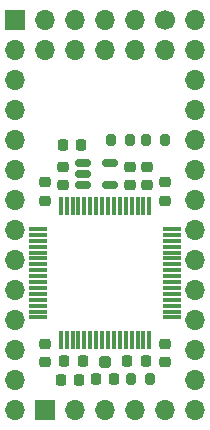
<source format=gbr>
%TF.GenerationSoftware,KiCad,Pcbnew,8.0.5*%
%TF.CreationDate,2025-07-05T10:51:28+01:00*%
%TF.ProjectId,sdrr 28 rev a,73647272-2032-4382-9072-657620612e6b,rev?*%
%TF.SameCoordinates,Original*%
%TF.FileFunction,Soldermask,Top*%
%TF.FilePolarity,Negative*%
%FSLAX46Y46*%
G04 Gerber Fmt 4.6, Leading zero omitted, Abs format (unit mm)*
G04 Created by KiCad (PCBNEW 8.0.5) date 2025-07-05 10:51:28*
%MOMM*%
%LPD*%
G01*
G04 APERTURE LIST*
G04 Aperture macros list*
%AMRoundRect*
0 Rectangle with rounded corners*
0 $1 Rounding radius*
0 $2 $3 $4 $5 $6 $7 $8 $9 X,Y pos of 4 corners*
0 Add a 4 corners polygon primitive as box body*
4,1,4,$2,$3,$4,$5,$6,$7,$8,$9,$2,$3,0*
0 Add four circle primitives for the rounded corners*
1,1,$1+$1,$2,$3*
1,1,$1+$1,$4,$5*
1,1,$1+$1,$6,$7*
1,1,$1+$1,$8,$9*
0 Add four rect primitives between the rounded corners*
20,1,$1+$1,$2,$3,$4,$5,0*
20,1,$1+$1,$4,$5,$6,$7,0*
20,1,$1+$1,$6,$7,$8,$9,0*
20,1,$1+$1,$8,$9,$2,$3,0*%
G04 Aperture macros list end*
%ADD10RoundRect,0.200000X0.200000X0.275000X-0.200000X0.275000X-0.200000X-0.275000X0.200000X-0.275000X0*%
%ADD11RoundRect,0.225000X0.225000X0.250000X-0.225000X0.250000X-0.225000X-0.250000X0.225000X-0.250000X0*%
%ADD12RoundRect,0.225000X0.250000X-0.225000X0.250000X0.225000X-0.250000X0.225000X-0.250000X-0.225000X0*%
%ADD13RoundRect,0.150000X-0.512500X-0.150000X0.512500X-0.150000X0.512500X0.150000X-0.512500X0.150000X0*%
%ADD14RoundRect,0.250000X-0.250000X-0.250000X0.250000X-0.250000X0.250000X0.250000X-0.250000X0.250000X0*%
%ADD15RoundRect,0.200000X-0.200000X-0.275000X0.200000X-0.275000X0.200000X0.275000X-0.200000X0.275000X0*%
%ADD16RoundRect,0.225000X-0.250000X0.225000X-0.250000X-0.225000X0.250000X-0.225000X0.250000X0.225000X0*%
%ADD17C,1.700000*%
%ADD18O,1.700000X1.700000*%
%ADD19RoundRect,0.225000X-0.225000X-0.250000X0.225000X-0.250000X0.225000X0.250000X-0.225000X0.250000X0*%
%ADD20RoundRect,0.075000X-0.075000X0.700000X-0.075000X-0.700000X0.075000X-0.700000X0.075000X0.700000X0*%
%ADD21RoundRect,0.075000X-0.700000X0.075000X-0.700000X-0.075000X0.700000X-0.075000X0.700000X0.075000X0*%
%ADD22R,1.700000X1.700000*%
%ADD23RoundRect,0.218750X-0.218750X-0.256250X0.218750X-0.256250X0.218750X0.256250X-0.218750X0.256250X0*%
G04 APERTURE END LIST*
D10*
%TO.C,R3*%
X113042200Y-57124600D03*
X111392200Y-57124600D03*
%TD*%
D11*
%TO.C,C1*%
X107201000Y-37236400D03*
X105651000Y-37236400D03*
%TD*%
D12*
%TO.C,C3*%
X112801400Y-40678400D03*
X112801400Y-39128400D03*
%TD*%
%TO.C,C2*%
X111302800Y-40678400D03*
X111302800Y-39128400D03*
%TD*%
D13*
%TO.C,U3*%
X107351400Y-38760400D03*
X107351400Y-39710400D03*
X107351400Y-40660400D03*
X109626400Y-40660400D03*
X109626400Y-38760400D03*
%TD*%
D14*
%TO.C,TP1*%
X109220000Y-55609800D03*
%TD*%
D11*
%TO.C,RC5*%
X107023200Y-57150000D03*
X105473200Y-57150000D03*
%TD*%
D15*
%TO.C,R2*%
X112687600Y-36880800D03*
X114337600Y-36880800D03*
%TD*%
D12*
%TO.C,C7*%
X104165400Y-41999200D03*
X104165400Y-40449200D03*
%TD*%
D16*
%TO.C,C6*%
X114274600Y-54114400D03*
X114274600Y-55664400D03*
%TD*%
D17*
%TO.C,J2*%
X114300000Y-26670000D03*
D18*
X114300000Y-29210000D03*
X111760000Y-26670000D03*
X111760000Y-29210000D03*
X109220000Y-26670000D03*
X109220000Y-29210000D03*
X106680000Y-26670000D03*
X106680000Y-29210000D03*
X104140000Y-26670000D03*
X104140000Y-29210000D03*
%TD*%
D19*
%TO.C,RC4*%
X111112000Y-55600600D03*
X112662000Y-55600600D03*
%TD*%
D20*
%TO.C,U1*%
X112970000Y-42458000D03*
X112470000Y-42458000D03*
X111970000Y-42458000D03*
X111470000Y-42458000D03*
X110970000Y-42458000D03*
X110470000Y-42458000D03*
X109970000Y-42458000D03*
X109470000Y-42458000D03*
X108970000Y-42458000D03*
X108470000Y-42458000D03*
X107970000Y-42458000D03*
X107470000Y-42458000D03*
X106970000Y-42458000D03*
X106470000Y-42458000D03*
X105970000Y-42458000D03*
X105470000Y-42458000D03*
D21*
X103545000Y-44383000D03*
X103545000Y-44883000D03*
X103545000Y-45383000D03*
X103545000Y-45883000D03*
X103545000Y-46383000D03*
X103545000Y-46883000D03*
X103545000Y-47383000D03*
X103545000Y-47883000D03*
X103545000Y-48383000D03*
X103545000Y-48883000D03*
X103545000Y-49383000D03*
X103545000Y-49883000D03*
X103545000Y-50383000D03*
X103545000Y-50883000D03*
X103545000Y-51383000D03*
X103545000Y-51883000D03*
D20*
X105470000Y-53808000D03*
X105970000Y-53808000D03*
X106470000Y-53808000D03*
X106970000Y-53808000D03*
X107470000Y-53808000D03*
X107970000Y-53808000D03*
X108470000Y-53808000D03*
X108970000Y-53808000D03*
X109470000Y-53808000D03*
X109970000Y-53808000D03*
X110470000Y-53808000D03*
X110970000Y-53808000D03*
X111470000Y-53808000D03*
X111970000Y-53808000D03*
X112470000Y-53808000D03*
X112970000Y-53808000D03*
D21*
X114895000Y-51883000D03*
X114895000Y-51383000D03*
X114895000Y-50883000D03*
X114895000Y-50383000D03*
X114895000Y-49883000D03*
X114895000Y-49383000D03*
X114895000Y-48883000D03*
X114895000Y-48383000D03*
X114895000Y-47883000D03*
X114895000Y-47383000D03*
X114895000Y-46883000D03*
X114895000Y-46383000D03*
X114895000Y-45883000D03*
X114895000Y-45383000D03*
X114895000Y-44883000D03*
X114895000Y-44383000D03*
%TD*%
D16*
%TO.C,C4*%
X104165400Y-54139800D03*
X104165400Y-55689800D03*
%TD*%
D12*
%TO.C,C5*%
X105664000Y-40678400D03*
X105664000Y-39128400D03*
%TD*%
D19*
%TO.C,C9*%
X105778000Y-55600600D03*
X107328000Y-55600600D03*
%TD*%
D22*
%TO.C,J1*%
X104140000Y-59690000D03*
D18*
X106680000Y-59690000D03*
X109220000Y-59690000D03*
X111760000Y-59690000D03*
X114300000Y-59690000D03*
%TD*%
D23*
%TO.C,D1*%
X108432500Y-57124600D03*
X110007500Y-57124600D03*
%TD*%
D12*
%TO.C,C8*%
X114300000Y-41999200D03*
X114300000Y-40449200D03*
%TD*%
D15*
%TO.C,R1*%
X109690400Y-36880800D03*
X111340400Y-36880800D03*
%TD*%
D22*
%TO.C,J3*%
X101600000Y-26670000D03*
D18*
X101600000Y-29210000D03*
X101600000Y-31750000D03*
X101600000Y-34290000D03*
X101600000Y-36830000D03*
X101600000Y-39370000D03*
X101600000Y-41910000D03*
X101600000Y-44450000D03*
X101600000Y-46990000D03*
X101600000Y-49530000D03*
X101600000Y-52070000D03*
X101600000Y-54610000D03*
X101600000Y-57150000D03*
X101600000Y-59690000D03*
%TD*%
%TO.C,J4*%
X116840000Y-59690000D03*
X116840000Y-57150000D03*
X116840000Y-54610000D03*
X116840000Y-52070000D03*
X116840000Y-49530000D03*
X116840000Y-46990000D03*
X116840000Y-44450000D03*
X116840000Y-41910000D03*
X116840000Y-39370000D03*
X116840000Y-36830000D03*
X116840000Y-34290000D03*
X116840000Y-31750000D03*
X116840000Y-29210000D03*
X116840000Y-26670000D03*
%TD*%
M02*

</source>
